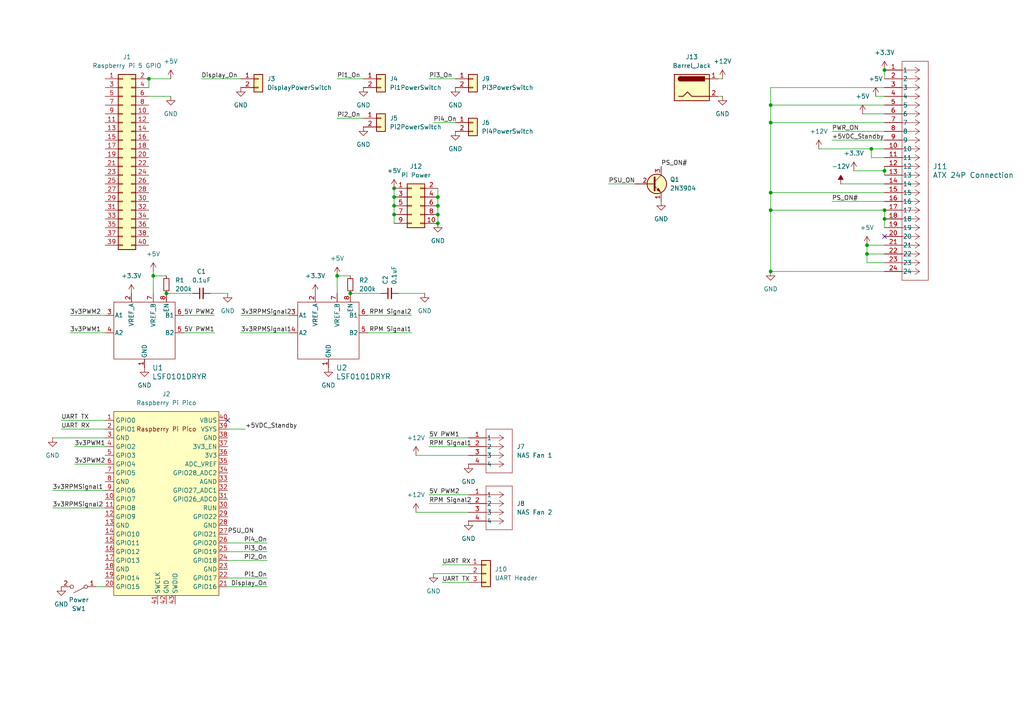
<source format=kicad_sch>
(kicad_sch (version 20231120) (generator "eeschema") (generator_version "8.0")
  (paper "A4")
  (lib_symbols
    (symbol "Connector:Barrel_Jack" (pin_names (offset 1.016))
      (property "Reference" "J" (at 0 5.334 0))
      (property "Value" "Barrel_Jack" (at 0 -5.08 0))
      (symbol "Barrel_Jack_1_1"
        (pin passive line (at 7.62 2.54 180) (length 2.54) (name "~") (number "1"))
        (pin passive line (at 7.62 -2.54 180) (length 2.54) (name "~") (number "2"))
      )
    )
    (symbol "Connector_Generic:Conn_01x02" (pin_names (offset 1.016) hide)
      (property "Reference" "J" (at 0 2.54 0))
      (property "Value" "Conn_01x02" (at 0 -5.08 0))
      (symbol "Conn_01x02_1_1"
        (pin passive line (at -5.08 0 0) (length 3.81) (name "Pin_1") (number "1"))
        (pin passive line (at -5.08 -2.54 0) (length 3.81) (name "Pin_2") (number "2"))
      )
    )
    (symbol "Connector_Generic:Conn_01x03" (pin_names (offset 1.016) hide)
      (property "Reference" "J" (at 0 5.08 0))
      (property "Value" "Conn_01x03" (at 0 -5.08 0))
      (symbol "Conn_01x03_1_1"
        (pin passive line (at -5.08 2.54 0) (length 3.81) (name "Pin_1") (number "1"))
        (pin passive line (at -5.08 0 0) (length 3.81) (name "Pin_2") (number "2"))
        (pin passive line (at -5.08 -2.54 0) (length 3.81) (name "Pin_3") (number "3"))
      )
    )
    (symbol "Connector_Generic:Conn_02x05_Odd_Even" (pin_names (offset 1.016) hide)
      (property "Reference" "J" (at 1.27 7.62 0))
      (property "Value" "Conn_02x05_Odd_Even" (at 1.27 -7.62 0))
      (symbol "Conn_02x05_Odd_Even_1_1"
        (pin passive line (at -5.08 5.08 0) (length 3.81) (name "Pin_1") (number "1"))
        (pin passive line (at 7.62 -5.08 180) (length 3.81) (name "Pin_10") (number "10"))
        (pin passive line (at 7.62 5.08 180) (length 3.81) (name "Pin_2") (number "2"))
        (pin passive line (at -5.08 2.54 0) (length 3.81) (name "Pin_3") (number "3"))
        (pin passive line (at 7.62 2.54 180) (length 3.81) (name "Pin_4") (number "4"))
        (pin passive line (at -5.08 0 0) (length 3.81) (name "Pin_5") (number "5"))
        (pin passive line (at 7.62 0 180) (length 3.81) (name "Pin_6") (number "6"))
        (pin passive line (at -5.08 -2.54 0) (length 3.81) (name "Pin_7") (number "7"))
        (pin passive line (at 7.62 -2.54 180) (length 3.81) (name "Pin_8") (number "8"))
        (pin passive line (at -5.08 -5.08 0) (length 3.81) (name "Pin_9") (number "9"))
      )
    )
    (symbol "Connector_Generic:Conn_02x20_Odd_Even" (pin_names (offset 1.016) hide)
      (property "Reference" "J" (at 1.27 25.4 0))
      (property "Value" "Conn_02x20_Odd_Even" (at 1.27 -27.94 0))
      (symbol "Conn_02x20_Odd_Even_1_1"
        (pin passive line (at -5.08 22.86 0) (length 3.81) (name "Pin_1") (number "1"))
        (pin passive line (at 7.62 12.7 180) (length 3.81) (name "Pin_10") (number "10"))
        (pin passive line (at -5.08 10.16 0) (length 3.81) (name "Pin_11") (number "11"))
        (pin passive line (at 7.62 10.16 180) (length 3.81) (name "Pin_12") (number "12"))
        (pin passive line (at -5.08 7.62 0) (length 3.81) (name "Pin_13") (number "13"))
        (pin passive line (at 7.62 7.62 180) (length 3.81) (name "Pin_14") (number "14"))
        (pin passive line (at -5.08 5.08 0) (length 3.81) (name "Pin_15") (number "15"))
        (pin passive line (at 7.62 5.08 180) (length 3.81) (name "Pin_16") (number "16"))
        (pin passive line (at -5.08 2.54 0) (length 3.81) (name "Pin_17") (number "17"))
        (pin passive line (at 7.62 2.54 180) (length 3.81) (name "Pin_18") (number "18"))
        (pin passive line (at -5.08 0 0) (length 3.81) (name "Pin_19") (number "19"))
        (pin passive line (at 7.62 22.86 180) (length 3.81) (name "Pin_2") (number "2"))
        (pin passive line (at 7.62 0 180) (length 3.81) (name "Pin_20") (number "20"))
        (pin passive line (at -5.08 -2.54 0) (length 3.81) (name "Pin_21") (number "21"))
        (pin passive line (at 7.62 -2.54 180) (length 3.81) (name "Pin_22") (number "22"))
        (pin passive line (at -5.08 -5.08 0) (length 3.81) (name "Pin_23") (number "23"))
        (pin passive line (at 7.62 -5.08 180) (length 3.81) (name "Pin_24") (number "24"))
        (pin passive line (at -5.08 -7.62 0) (length 3.81) (name "Pin_25") (number "25"))
        (pin passive line (at 7.62 -7.62 180) (length 3.81) (name "Pin_26") (number "26"))
        (pin passive line (at -5.08 -10.16 0) (length 3.81) (name "Pin_27") (number "27"))
        (pin passive line (at 7.62 -10.16 180) (length 3.81) (name "Pin_28") (number "28"))
        (pin passive line (at -5.08 -12.7 0) (length 3.81) (name "Pin_29") (number "29"))
        (pin passive line (at -5.08 20.32 0) (length 3.81) (name "Pin_3") (number "3"))
        (pin passive line (at 7.62 -12.7 180) (length 3.81) (name "Pin_30") (number "30"))
        (pin passive line (at -5.08 -15.24 0) (length 3.81) (name "Pin_31") (number "31"))
        (pin passive line (at 7.62 -15.24 180) (length 3.81) (name "Pin_32") (number "32"))
        (pin passive line (at -5.08 -17.78 0) (length 3.81) (name "Pin_33") (number "33"))
        (pin passive line (at 7.62 -17.78 180) (length 3.81) (name "Pin_34") (number "34"))
        (pin passive line (at -5.08 -20.32 0) (length 3.81) (name "Pin_35") (number "35"))
        (pin passive line (at 7.62 -20.32 180) (length 3.81) (name "Pin_36") (number "36"))
        (pin passive line (at -5.08 -22.86 0) (length 3.81) (name "Pin_37") (number "37"))
        (pin passive line (at 7.62 -22.86 180) (length 3.81) (name "Pin_38") (number "38"))
        (pin passive line (at -5.08 -25.4 0) (length 3.81) (name "Pin_39") (number "39"))
        (pin passive line (at 7.62 20.32 180) (length 3.81) (name "Pin_4") (number "4"))
        (pin passive line (at 7.62 -25.4 180) (length 3.81) (name "Pin_40") (number "40"))
        (pin passive line (at -5.08 17.78 0) (length 3.81) (name "Pin_5") (number "5"))
        (pin passive line (at 7.62 17.78 180) (length 3.81) (name "Pin_6") (number "6"))
        (pin passive line (at -5.08 15.24 0) (length 3.81) (name "Pin_7") (number "7"))
        (pin passive line (at 7.62 15.24 180) (length 3.81) (name "Pin_8") (number "8"))
        (pin passive line (at -5.08 12.7 0) (length 3.81) (name "Pin_9") (number "9"))
      )
    )
    (symbol "Device:C_Small" (pin_numbers hide) (pin_names (offset 0.254) hide)
      (property "Reference" "C" (at 0.254 1.778 0))
      (property "Value" "C_Small" (at 0.254 -2.032 0))
      (symbol "C_Small_1_1"
        (pin passive line (at 0 2.54 270) (length 2.032) (name "~") (number "1"))
        (pin passive line (at 0 -2.54 90) (length 2.032) (name "~") (number "2"))
      )
    )
    (symbol "Device:R_Small" (pin_numbers hide) (pin_names (offset 0.254) hide)
      (property "Reference" "R" (at 0.762 0.508 0))
      (property "Value" "R_Small" (at 0.762 -1.016 0))
      (symbol "R_Small_1_1"
        (pin passive line (at 0 2.54 270) (length 0.762) (name "~") (number "1"))
        (pin passive line (at 0 -2.54 90) (length 0.762) (name "~") (number "2"))
      )
    )
    (symbol "Fan Connector:470531000" (pin_names (offset 0.254))
      (property "Reference" "J" (at 8.89 6.35 0))
      (property "Value" "470531000" (at 0 0 0))
      (symbol "470531000_1_1"
        (pin unspecified line (at 0 0 0) (length 5.08) (name "1") (number "1"))
        (pin unspecified line (at 0 -2.54 0) (length 5.08) (name "2") (number "2"))
        (pin unspecified line (at 0 -5.08 0) (length 5.08) (name "3") (number "3"))
        (pin unspecified line (at 0 -7.62 0) (length 5.08) (name "4") (number "4"))
      )
      (symbol "470531000_1_2"
        (pin unspecified line (at 0 0 0) (length 5.08) (name "1") (number "1"))
        (pin unspecified line (at 0 -2.54 0) (length 5.08) (name "2") (number "2"))
        (pin unspecified line (at 0 -5.08 0) (length 5.08) (name "3") (number "3"))
        (pin unspecified line (at 0 -7.62 0) (length 5.08) (name "4") (number "4"))
      )
    )
    (symbol "LSF0102DCUR_1" (pin_names (offset 0.254))
      (property "Reference" "U" (at 0 2.54 0))
      (property "Value" "LSF0102DCUR" (at 0 0 0))
      (symbol "LSF0102DCUR_1_0_1"
        (pin power_in line (at 0 -15.24 90) (length 2.54) (name "GND") (number "1"))
        (pin power_in line (at -3.81 6.35 270) (length 2.54) (name "VREF_A") (number "2"))
        (pin bidirectional line (at -11.43 0 0) (length 2.54) (name "A1") (number "3"))
        (pin bidirectional line (at -11.43 -5.08 0) (length 2.54) (name "A2") (number "4"))
        (pin bidirectional line (at 11.43 -5.08 180) (length 2.54) (name "B2") (number "5"))
        (pin bidirectional line (at 11.43 0 180) (length 2.54) (name "B1") (number "6"))
        (pin power_in line (at 2.54 6.35 270) (length 2.54) (name "VREF_B") (number "7"))
        (pin input line (at 6.35 6.35 270) (length 2.54) (name "EN") (number "8"))
      )
    )
    (symbol "LSF0102DCUR_2" (pin_names (offset 0.254))
      (property "Reference" "U" (at 0 2.54 0))
      (property "Value" "LSF0102DCUR" (at 0 0 0))
      (symbol "LSF0102DCUR_2_0_1"
        (pin power_in line (at 0 -15.24 90) (length 2.54) (name "GND") (number "1"))
        (pin power_in line (at -3.81 6.35 270) (length 2.54) (name "VREF_A") (number "2"))
        (pin bidirectional line (at -11.43 0 0) (length 2.54) (name "A1") (number "3"))
        (pin bidirectional line (at -11.43 -5.08 0) (length 2.54) (name "A2") (number "4"))
        (pin bidirectional line (at 11.43 -5.08 180) (length 2.54) (name "B2") (number "5"))
        (pin bidirectional line (at 11.43 0 180) (length 2.54) (name "B1") (number "6"))
        (pin power_in line (at 2.54 6.35 270) (length 2.54) (name "VREF_B") (number "7"))
        (pin input line (at 6.35 6.35 270) (length 2.54) (name "EN") (number "8"))
      )
    )
    (symbol "MCU_RaspberryPi_and_Boards:Pico"
      (property "Reference" "U" (at -13.97 27.94 0))
      (property "Value" "Pico" (at 0 19.05 0))
      (symbol "Pico_0_0"
        (text "Raspberry Pi Pico" (at 0 21.59 0) (effects (font (size 1.27 1.27))))
      )
      (symbol "Pico_1_1"
        (pin bidirectional line (at -17.78 24.13 0) (length 2.54) (name "GPIO0") (number "1"))
        (pin bidirectional line (at -17.78 1.27 0) (length 2.54) (name "GPIO7") (number "10"))
        (pin bidirectional line (at -17.78 -1.27 0) (length 2.54) (name "GPIO8") (number "11"))
        (pin bidirectional line (at -17.78 -3.81 0) (length 2.54) (name "GPIO9") (number "12"))
        (pin power_in line (at -17.78 -6.35 0) (length 2.54) (name "GND") (number "13"))
        (pin bidirectional line (at -17.78 -8.89 0) (length 2.54) (name "GPIO10") (number "14"))
        (pin bidirectional line (at -17.78 -11.43 0) (length 2.54) (name "GPIO11") (number "15"))
        (pin bidirectional line (at -17.78 -13.97 0) (length 2.54) (name "GPIO12") (number "16"))
        (pin bidirectional line (at -17.78 -16.51 0) (length 2.54) (name "GPIO13") (number "17"))
        (pin power_in line (at -17.78 -19.05 0) (length 2.54) (name "GND") (number "18"))
        (pin bidirectional line (at -17.78 -21.59 0) (length 2.54) (name "GPIO14") (number "19"))
        (pin bidirectional line (at -17.78 21.59 0) (length 2.54) (name "GPIO1") (number "2"))
        (pin bidirectional line (at -17.78 -24.13 0) (length 2.54) (name "GPIO15") (number "20"))
        (pin bidirectional line (at 17.78 -24.13 180) (length 2.54) (name "GPIO16") (number "21"))
        (pin bidirectional line (at 17.78 -21.59 180) (length 2.54) (name "GPIO17") (number "22"))
        (pin power_in line (at 17.78 -19.05 180) (length 2.54) (name "GND") (number "23"))
        (pin bidirectional line (at 17.78 -16.51 180) (length 2.54) (name "GPIO18") (number "24"))
        (pin bidirectional line (at 17.78 -13.97 180) (length 2.54) (name "GPIO19") (number "25"))
        (pin bidirectional line (at 17.78 -11.43 180) (length 2.54) (name "GPIO20") (number "26"))
        (pin bidirectional line (at 17.78 -8.89 180) (length 2.54) (name "GPIO21") (number "27"))
        (pin power_in line (at 17.78 -6.35 180) (length 2.54) (name "GND") (number "28"))
        (pin bidirectional line (at 17.78 -3.81 180) (length 2.54) (name "GPIO22") (number "29"))
        (pin power_in line (at -17.78 19.05 0) (length 2.54) (name "GND") (number "3"))
        (pin input line (at 17.78 -1.27 180) (length 2.54) (name "RUN") (number "30"))
        (pin bidirectional line (at 17.78 1.27 180) (length 2.54) (name "GPIO26_ADC0") (number "31"))
        (pin bidirectional line (at 17.78 3.81 180) (length 2.54) (name "GPIO27_ADC1") (number "32"))
        (pin power_in line (at 17.78 6.35 180) (length 2.54) (name "AGND") (number "33"))
        (pin bidirectional line (at 17.78 8.89 180) (length 2.54) (name "GPIO28_ADC2") (number "34"))
        (pin power_in line (at 17.78 11.43 180) (length 2.54) (name "ADC_VREF") (number "35"))
        (pin power_in line (at 17.78 13.97 180) (length 2.54) (name "3V3") (number "36"))
        (pin input line (at 17.78 16.51 180) (length 2.54) (name "3V3_EN") (number "37"))
        (pin bidirectional line (at 17.78 19.05 180) (length 2.54) (name "GND") (number "38"))
        (pin power_in line (at 17.78 21.59 180) (length 2.54) (name "VSYS") (number "39"))
        (pin bidirectional line (at -17.78 16.51 0) (length 2.54) (name "GPIO2") (number "4"))
        (pin power_in line (at 17.78 24.13 180) (length 2.54) (name "VBUS") (number "40"))
        (pin input line (at -2.54 -29.21 90) (length 2.54) (name "SWCLK") (number "41"))
        (pin power_in line (at 0 -29.21 90) (length 2.54) (name "GND") (number "42"))
        (pin bidirectional line (at 2.54 -29.21 90) (length 2.54) (name "SWDIO") (number "43"))
        (pin bidirectional line (at -17.78 13.97 0) (length 2.54) (name "GPIO3") (number "5"))
        (pin bidirectional line (at -17.78 11.43 0) (length 2.54) (name "GPIO4") (number "6"))
        (pin bidirectional line (at -17.78 8.89 0) (length 2.54) (name "GPIO5") (number "7"))
        (pin power_in line (at -17.78 6.35 0) (length 2.54) (name "GND") (number "8"))
        (pin bidirectional line (at -17.78 3.81 0) (length 2.54) (name "GPIO6") (number "9"))
      )
    )
    (symbol "Mini-Fit Jr.:39281243" (pin_names (offset 0.254))
      (property "Reference" "J" (at 8.89 6.35 0))
      (property "Value" "39281243" (at 0 0 0))
      (symbol "39281243_1_1"
        (pin unspecified line (at 0 0 0) (length 5.08) (name "1") (number "1"))
        (pin unspecified line (at 0 -22.86 0) (length 5.08) (name "10") (number "10"))
        (pin unspecified line (at 0 -25.4 0) (length 5.08) (name "11") (number "11"))
        (pin unspecified line (at 0 -27.94 0) (length 5.08) (name "12") (number "12"))
        (pin unspecified line (at 0 -30.48 0) (length 5.08) (name "13") (number "13"))
        (pin unspecified line (at 0 -33.02 0) (length 5.08) (name "14") (number "14"))
        (pin unspecified line (at 0 -35.56 0) (length 5.08) (name "15") (number "15"))
        (pin unspecified line (at 0 -38.1 0) (length 5.08) (name "16") (number "16"))
        (pin unspecified line (at 0 -40.64 0) (length 5.08) (name "17") (number "17"))
        (pin unspecified line (at 0 -43.18 0) (length 5.08) (name "18") (number "18"))
        (pin unspecified line (at 0 -45.72 0) (length 5.08) (name "19") (number "19"))
        (pin unspecified line (at 0 -2.54 0) (length 5.08) (name "2") (number "2"))
        (pin unspecified line (at 0 -48.26 0) (length 5.08) (name "20") (number "20"))
        (pin unspecified line (at 0 -50.8 0) (length 5.08) (name "21") (number "21"))
        (pin unspecified line (at 0 -53.34 0) (length 5.08) (name "22") (number "22"))
        (pin unspecified line (at 0 -55.88 0) (length 5.08) (name "23") (number "23"))
        (pin unspecified line (at 0 -58.42 0) (length 5.08) (name "24") (number "24"))
        (pin unspecified line (at 0 -5.08 0) (length 5.08) (name "3") (number "3"))
        (pin unspecified line (at 0 -7.62 0) (length 5.08) (name "4") (number "4"))
        (pin unspecified line (at 0 -10.16 0) (length 5.08) (name "5") (number "5"))
        (pin unspecified line (at 0 -12.7 0) (length 5.08) (name "6") (number "6"))
        (pin unspecified line (at 0 -15.24 0) (length 5.08) (name "7") (number "7"))
        (pin unspecified line (at 0 -17.78 0) (length 5.08) (name "8") (number "8"))
        (pin unspecified line (at 0 -20.32 0) (length 5.08) (name "9") (number "9"))
      )
      (symbol "39281243_1_2"
        (pin unspecified line (at 0 0 0) (length 5.08) (name "1") (number "1"))
        (pin unspecified line (at 0 -22.86 0) (length 5.08) (name "10") (number "10"))
        (pin unspecified line (at 0 -25.4 0) (length 5.08) (name "11") (number "11"))
        (pin unspecified line (at 0 -27.94 0) (length 5.08) (name "12") (number "12"))
        (pin unspecified line (at 0 -30.48 0) (length 5.08) (name "13") (number "13"))
        (pin unspecified line (at 0 -33.02 0) (length 5.08) (name "14") (number "14"))
        (pin unspecified line (at 0 -35.56 0) (length 5.08) (name "15") (number "15"))
        (pin unspecified line (at 0 -38.1 0) (length 5.08) (name "16") (number "16"))
        (pin unspecified line (at 0 -40.64 0) (length 5.08) (name "17") (number "17"))
        (pin unspecified line (at 0 -43.18 0) (length 5.08) (name "18") (number "18"))
        (pin unspecified line (at 0 -45.72 0) (length 5.08) (name "19") (number "19"))
        (pin unspecified line (at 0 -2.54 0) (length 5.08) (name "2") (number "2"))
        (pin unspecified line (at 0 -48.26 0) (length 5.08) (name "20") (number "20"))
        (pin unspecified line (at 0 -50.8 0) (length 5.08) (name "21") (number "21"))
        (pin unspecified line (at 0 -53.34 0) (length 5.08) (name "22") (number "22"))
        (pin unspecified line (at 0 -55.88 0) (length 5.08) (name "23") (number "23"))
        (pin unspecified line (at 0 -58.42 0) (length 5.08) (name "24") (number "24"))
        (pin unspecified line (at 0 -5.08 0) (length 5.08) (name "3") (number "3"))
        (pin unspecified line (at 0 -7.62 0) (length 5.08) (name "4") (number "4"))
        (pin unspecified line (at 0 -10.16 0) (length 5.08) (name "5") (number "5"))
        (pin unspecified line (at 0 -12.7 0) (length 5.08) (name "6") (number "6"))
        (pin unspecified line (at 0 -15.24 0) (length 5.08) (name "7") (number "7"))
        (pin unspecified line (at 0 -17.78 0) (length 5.08) (name "8") (number "8"))
        (pin unspecified line (at 0 -20.32 0) (length 5.08) (name "9") (number "9"))
      )
    )
    (symbol "PCM_Transistor_BJT_AKL:2N3904" (pin_names hide)
      (property "Reference" "Q" (at 5.08 1.27 0))
      (property "Value" "2N3904" (at 5.08 -1.27 0))
      (symbol "2N3904_1_1"
        (pin passive line (at 2.54 -5.08 90) (length 2.54) (name "E") (number "1"))
        (pin passive line (at -5.08 0 0) (length 5.715) (name "B") (number "2"))
        (pin passive line (at 2.54 5.08 270) (length 2.54) (name "C") (number "3"))
      )
    )
    (symbol "Switch:SW_SPST" (pin_names (offset 0) hide)
      (property "Reference" "SW" (at 0 3.175 0))
      (property "Value" "SW_SPST" (at 0 -2.54 0))
      (symbol "SW_SPST_1_1"
        (pin passive line (at -5.08 0 0) (length 2.54) (name "A") (number "1"))
        (pin passive line (at 5.08 0 180) (length 2.54) (name "B") (number "2"))
      )
    )
    (symbol "power:+12V" (power) (pin_numbers hide) (pin_names (offset 0) hide)
      (property "Value" "+12V" (at 0 3.556 0))
      (symbol "+12V_1_1"
        (pin power_in line (at 0 0 90) (length 0) (name "~") (number "1"))
      )
    )
    (symbol "power:+3.3V" (power) (pin_numbers hide) (pin_names (offset 0) hide)
      (property "Value" "+3.3V" (at 0 3.556 0))
      (symbol "+3.3V_1_1"
        (pin power_in line (at 0 0 90) (length 0) (name "~") (number "1"))
      )
    )
    (symbol "power:+5V" (power) (pin_numbers hide) (pin_names (offset 0) hide)
      (property "Value" "+5V" (at 0 3.556 0))
      (symbol "+5V_1_1"
        (pin power_in line (at 0 0 90) (length 0) (name "~") (number "1"))
      )
    )
    (symbol "power:-12V" (power) (pin_numbers hide) (pin_names (offset 0) hide)
      (property "Value" "-12V" (at 0 3.556 0))
      (symbol "-12V_0_0"
        (pin power_in line (at 0 0 90) (length 0) (name "~") (number "1"))
      )
    )
    (symbol "power:GND" (power) (pin_numbers hide) (pin_names (offset 0) hide)
      (property "Value" "GND" (at 0 -3.81 0))
      (symbol "GND_1_1"
        (pin power_in line (at 0 0 270) (length 0) (name "~") (number "1"))
      )
    )
  )
  (junction (at 127 64.77))
  (junction (at 48.26 85.09))
  (junction (at 251.46 71.12))
  (junction (at 223.52 30.48))
  (junction (at 223.52 35.56))
  (junction (at 256.54 63.5))
  (junction (at 114.3 62.23))
  (junction (at 101.6 85.09))
  (junction (at 43.18 22.86))
  (junction (at 251.46 73.66))
  (junction (at 127 57.15))
  (junction (at 114.3 57.15))
  (junction (at 114.3 59.69))
  (junction (at 252.73 43.18))
  (junction (at 223.52 78.74))
  (junction (at 223.52 55.88))
  (junction (at 44.45 80.01))
  (junction (at 114.3 54.61))
  (junction (at 97.79 80.01))
  (junction (at 256.54 20.32))
  (junction (at 127 62.23))
  (junction (at 223.52 60.96))
  (junction (at 256.54 49.53))
  (junction (at 127 59.69))
  (junction (at 256.54 60.96))
  (no_connect (at 66.04 121.92))
  (no_connect (at 256.54 68.58))
  (wire (pts (xy 48.26 85.09) (xy 55.88 85.09)))
  (wire (pts (xy 101.6 85.09) (xy 110.49 85.09)))
  (wire (pts (xy 77.47 162.56) (xy 66.04 162.56)))
  (wire (pts (xy 241.3 40.64) (xy 256.54 40.64)))
  (wire (pts (xy 127 57.15) (xy 127 59.69)))
  (wire (pts (xy 256.54 73.66) (xy 251.46 73.66)))
  (wire (pts (xy 114.3 54.61) (xy 114.3 57.15)))
  (wire (pts (xy 27.94 170.18) (xy 30.48 170.18)))
  (wire (pts (xy 241.3 38.1) (xy 256.54 38.1)))
  (wire (pts (xy 223.52 60.96) (xy 223.52 55.88)))
  (wire (pts (xy 53.34 96.52) (xy 62.23 96.52)))
  (wire (pts (xy 251.46 71.12) (xy 251.46 73.66)))
  (wire (pts (xy 69.85 91.44) (xy 83.82 91.44)))
  (wire (pts (xy 114.3 59.69) (xy 114.3 62.23)))
  (wire (pts (xy 125.73 35.56) (xy 132.08 35.56)))
  (wire (pts (xy 243.84 53.34) (xy 256.54 53.34)))
  (wire (pts (xy 44.45 80.01) (xy 48.26 80.01)))
  (wire (pts (xy 97.79 22.86) (xy 105.41 22.86)))
  (wire (pts (xy 256.54 49.53) (xy 256.54 48.26)))
  (wire (pts (xy 209.55 27.94) (xy 208.28 27.94)))
  (wire (pts (xy 250.19 33.02) (xy 256.54 33.02)))
  (wire (pts (xy 97.79 34.29) (xy 105.41 34.29)))
  (wire (pts (xy 21.59 129.54) (xy 30.48 129.54)))
  (wire (pts (xy 101.6 80.01) (xy 97.79 80.01)))
  (wire (pts (xy 62.23 91.44) (xy 53.34 91.44)))
  (wire (pts (xy 58.42 22.86) (xy 69.85 22.86)))
  (wire (pts (xy 44.45 78.74) (xy 44.45 80.01)))
  (wire (pts (xy 251.46 73.66) (xy 251.46 76.2)))
  (wire (pts (xy 69.85 96.52) (xy 83.82 96.52)))
  (wire (pts (xy 223.52 35.56) (xy 223.52 55.88)))
  (wire (pts (xy 120.65 132.08) (xy 135.89 132.08)))
  (wire (pts (xy 256.54 55.88) (xy 223.52 55.88)))
  (wire (pts (xy 124.46 129.54) (xy 135.89 129.54)))
  (wire (pts (xy 77.47 167.64) (xy 66.04 167.64)))
  (wire (pts (xy 256.54 20.32) (xy 256.54 22.86)))
  (wire (pts (xy 209.55 22.86) (xy 208.28 22.86)))
  (wire (pts (xy 15.24 127) (xy 30.48 127)))
  (wire (pts (xy 254 27.94) (xy 256.54 27.94)))
  (wire (pts (xy 20.32 91.44) (xy 30.48 91.44)))
  (wire (pts (xy 77.47 157.48) (xy 66.04 157.48)))
  (wire (pts (xy 237.49 43.18) (xy 252.73 43.18)))
  (wire (pts (xy 223.52 25.4) (xy 223.52 30.48)))
  (wire (pts (xy 77.47 170.18) (xy 66.04 170.18)))
  (wire (pts (xy 256.54 60.96) (xy 256.54 63.5)))
  (wire (pts (xy 15.24 147.32) (xy 30.48 147.32)))
  (wire (pts (xy 20.32 96.52) (xy 30.48 96.52)))
  (wire (pts (xy 77.47 160.02) (xy 66.04 160.02)))
  (wire (pts (xy 127 59.69) (xy 127 62.23)))
  (wire (pts (xy 252.73 43.18) (xy 252.73 45.72)))
  (wire (pts (xy 114.3 62.23) (xy 114.3 64.77)))
  (wire (pts (xy 223.52 25.4) (xy 256.54 25.4)))
  (wire (pts (xy 66.04 85.09) (xy 60.96 85.09)))
  (wire (pts (xy 223.52 78.74) (xy 223.52 60.96)))
  (wire (pts (xy 114.3 57.15) (xy 114.3 59.69)))
  (wire (pts (xy 125.73 166.37) (xy 135.89 166.37)))
  (wire (pts (xy 256.54 35.56) (xy 223.52 35.56)))
  (wire (pts (xy 49.53 22.86) (xy 43.18 22.86)))
  (wire (pts (xy 119.38 96.52) (xy 106.68 96.52)))
  (wire (pts (xy 256.54 63.5) (xy 256.54 66.04)))
  (wire (pts (xy 124.46 22.86) (xy 132.08 22.86)))
  (wire (pts (xy 256.54 45.72) (xy 252.73 45.72)))
  (wire (pts (xy 223.52 30.48) (xy 223.52 35.56)))
  (wire (pts (xy 17.78 124.46) (xy 30.48 124.46)))
  (wire (pts (xy 124.46 127) (xy 135.89 127)))
  (wire (pts (xy 17.78 121.92) (xy 30.48 121.92)))
  (wire (pts (xy 241.3 58.42) (xy 256.54 58.42)))
  (wire (pts (xy 256.54 78.74) (xy 223.52 78.74)))
  (wire (pts (xy 176.53 53.34) (xy 184.15 53.34)))
  (wire (pts (xy 21.59 134.62) (xy 30.48 134.62)))
  (wire (pts (xy 49.53 27.94) (xy 43.18 27.94)))
  (wire (pts (xy 44.45 80.01) (xy 44.45 85.09)))
  (wire (pts (xy 123.19 85.09) (xy 115.57 85.09)))
  (wire (pts (xy 127 62.23) (xy 127 64.77)))
  (wire (pts (xy 15.24 142.24) (xy 30.48 142.24)))
  (wire (pts (xy 256.54 49.53) (xy 256.54 50.8)))
  (wire (pts (xy 124.46 146.05) (xy 135.89 146.05)))
  (wire (pts (xy 71.12 124.46) (xy 66.04 124.46)))
  (wire (pts (xy 252.73 43.18) (xy 256.54 43.18)))
  (wire (pts (xy 256.54 76.2) (xy 251.46 76.2)))
  (wire (pts (xy 127 54.61) (xy 127 57.15)))
  (wire (pts (xy 128.27 163.83) (xy 135.89 163.83)))
  (wire (pts (xy 124.46 143.51) (xy 135.89 143.51)))
  (wire (pts (xy 256.54 60.96) (xy 223.52 60.96)))
  (wire (pts (xy 120.65 148.59) (xy 135.89 148.59)))
  (wire (pts (xy 251.46 71.12) (xy 256.54 71.12)))
  (wire (pts (xy 247.65 49.53) (xy 256.54 49.53)))
  (wire (pts (xy 43.18 22.86) (xy 43.18 25.4)))
  (wire (pts (xy 97.79 80.01) (xy 97.79 85.09)))
  (wire (pts (xy 256.54 30.48) (xy 223.52 30.48)))
  (wire (pts (xy 128.27 168.91) (xy 135.89 168.91)))
  (wire (pts (xy 119.38 91.44) (xy 106.68 91.44)))
  (label "3v3RPMSignal2" (at 15.24 147.32 0))
  (label "Pi1_On" (at 97.79 22.86 0))
  (label "Pi4_On" (at 125.73 35.56 0))
  (label "3v3RPMSignal1" (at 69.85 96.52 0))
  (label "PS_ON#" (at 191.77 48.26 0))
  (label "5V PWM2" (at 62.23 91.44 180))
  (label "UART RX" (at 128.27 163.83 0))
  (label "5V PWM2" (at 124.46 143.51 0))
  (label "Pi1_On" (at 77.47 167.64 180))
  (label "+5VDC_Standby" (at 241.3 40.64 0))
  (label "PS_ON#" (at 241.3 58.42 0))
  (label "3v3PWM2" (at 21.59 134.62 0))
  (label "3v3PWM1" (at 20.32 96.52 0))
  (label "RPM Signal1" (at 124.46 129.54 0))
  (label "UART TX" (at 128.27 168.91 0))
  (label "Pi3_On" (at 124.46 22.86 0))
  (label "5V PWM1" (at 124.46 127 0))
  (label "PWR_ON" (at 241.3 38.1 0))
  (label "Display_On" (at 77.47 170.18 180))
  (label "3v3RPMSignal2" (at 69.85 91.44 0))
  (label "PSU_ON" (at 176.53 53.34 0))
  (label "PSU_ON" (at 66.04 154.94 0))
  (label "Pi2_On" (at 77.47 162.56 180))
  (label "5V PWM1" (at 62.23 96.52 180))
  (label "UART TX" (at 17.78 121.92 0))
  (label "3v3RPMSignal1" (at 15.24 142.24 0))
  (label "Pi4_On" (at 77.47 157.48 180))
  (label "Pi2_On" (at 97.79 34.29 0))
  (label "RPM Signal1" (at 119.38 96.52 180))
  (label "Pi3_On" (at 77.47 160.02 180))
  (label "3v3PWM1" (at 21.59 129.54 0))
  (label "RPM Signal2" (at 119.38 91.44 180))
  (label "+5VDC_Standby" (at 71.12 124.46 0))
  (label "Display_On" (at 58.42 22.86 0))
  (label "UART RX" (at 17.78 124.46 0))
  (label "RPM Signal2" (at 124.46 146.05 0))
  (label "3v3PWM2" (at 20.32 91.44 0))
  (symbol (lib_id "Fan Connector:470531000") (at 135.89 143.51 0) (unit 1)
    (property "Reference" "J8" (at 149.86 146.0499 0) (effects (justify left)))
    (property "Value" "NAS Fan 2" (at 149.86 148.5899 0) (effects (justify left)))
    (property "Footprint" "Fan Connector:CONN_SD-47053-001_H10p00_MOL" (effects (hide yes)))
    (property "Datasheet" "470531000" (effects (hide yes)))
    (property "Description" "Generic connector, single row, 01x04, script generated (kicad-library-utils/schlib/autogen/connector/)" (effects (hide yes)))
  )
  (symbol (lib_id "power:GND") (at 209.55 27.94 0) (unit 1)
    (property "Reference" "#PWR044" (effects (hide yes)))
    (property "Value" "GND" (at 209.55 33.02 0))
    (property "Description" "Power symbol creates a global label with name \"GND\" , ground" (effects (hide yes)))
  )
  (symbol (lib_id "power:+12V") (at 237.49 43.18 0) (unit 1)
    (property "Reference" "#PWR034" (effects (hide yes)))
    (property "Value" "+12V" (at 237.49 38.1 0))
    (property "Description" "Power symbol creates a global label with name \"+12V\"" (effects (hide yes)))
  )
  (symbol (lib_id "power:GND") (at 105.41 25.4 0) (unit 1)
    (property "Reference" "#PWR012" (effects (hide yes)))
    (property "Value" "GND" (at 105.41 30.48 0))
    (property "Description" "Power symbol creates a global label with name \"GND\" , ground" (effects (hide yes)))
  )
  (symbol (lib_id "power:+3.3V") (at 247.65 49.53 0) (unit 1)
    (property "Reference" "#PWR036" (effects (hide yes)))
    (property "Value" "+3.3V" (at 247.65 44.45 0))
    (property "Description" "Power symbol creates a global label with name \"+3.3V\"" (effects (hide yes)))
  )
  (symbol (lib_id "power:GND") (at 191.77 58.42 0) (unit 1)
    (property "Reference" "#PWR026" (effects (hide yes)))
    (property "Value" "GND" (at 191.77 63.5 0))
    (property "Description" "Power symbol creates a global label with name \"GND\" , ground" (effects (hide yes)))
  )
  (symbol (lib_id "power:GND") (at 223.52 78.74 0) (unit 1)
    (property "Reference" "#PWR031" (effects (hide yes)))
    (property "Value" "GND" (at 223.52 83.82 0))
    (property "Description" "Power symbol creates a global label with name \"GND\" , ground" (effects (hide yes)))
  )
  (symbol (lib_id "Connector_Generic:Conn_01x03") (at 140.97 166.37 0) (unit 1)
    (property "Reference" "J10" (at 143.51 165.0999 0) (effects (justify left)))
    (property "Value" "UART Header" (at 143.51 167.6399 0) (effects (justify left)))
    (property "Footprint" "Connector_PinHeader_2.54mm:PinHeader_1x03_P2.54mm_Vertical" (effects (hide yes)))
    (property "Description" "Generic connector, single row, 01x03, script generated (kicad-library-utils/schlib/autogen/connector/)" (effects (hide yes)))
  )
  (symbol (lib_id "Device:C_Small") (at 113.03 85.09 90) (unit 1)
    (property "Reference" "C2" (at 111.7662 82.55 0) (effects (justify left)))
    (property "Value" "0.1uF" (at 114.3062 82.55 0) (effects (justify left)))
    (property "Footprint" "Capacitor_SMD:C_0603_1608Metric_Pad1.08x0.95mm_HandSolder" (effects (hide yes)))
    (property "Description" "Unpolarized capacitor, small symbol" (effects (hide yes)))
  )
  (symbol (lib_id "power:+3.3V") (at 91.44 85.09 0) (unit 1)
    (property "Reference" "#PWR011" (effects (hide yes)))
    (property "Value" "+3.3V" (at 91.44 80.01 0))
    (property "Description" "Power symbol creates a global label with name \"+3.3V\"" (effects (hide yes)))
  )
  (symbol (lib_id "Connector_Generic:Conn_01x02") (at 110.49 34.29 0) (unit 1)
    (property "Reference" "J5" (at 113.03 34.2899 0) (effects (justify left)))
    (property "Value" "Pi2PowerSwitch" (at 113.03 36.8299 0) (effects (justify left)))
    (property "Footprint" "Connector_PinHeader_2.54mm:PinHeader_1x02_P2.54mm_Vertical" (effects (hide yes)))
    (property "Description" "Generic connector, single row, 01x02, script generated (kicad-library-utils/schlib/autogen/connector/)" (effects (hide yes)))
  )
  (symbol (lib_id "power:GND") (at 66.04 85.09 0) (unit 1)
    (property "Reference" "#PWR010" (effects (hide yes)))
    (property "Value" "GND" (at 66.04 90.17 0))
    (property "Description" "Power symbol creates a global label with name \"GND\" , ground" (effects (hide yes)))
  )
  (symbol (lib_id "power:+5V") (at 97.79 80.01 0) (unit 1)
    (property "Reference" "#PWR021" (effects (hide yes)))
    (property "Value" "+5V" (at 97.79 74.93 0))
    (property "Description" "Power symbol creates a global label with name \"+5V\"" (effects (hide yes)))
  )
  (symbol (lib_id "power:GND") (at 69.85 25.4 0) (unit 1)
    (property "Reference" "#PWR08" (effects (hide yes)))
    (property "Value" "GND" (at 69.85 30.48 0))
    (property "Description" "Power symbol creates a global label with name \"GND\" , ground" (effects (hide yes)))
  )
  (symbol (lib_id "Connector_Generic:Conn_02x05_Odd_Even") (at 119.38 59.69 0) (unit 1)
    (property "Reference" "J12" (at 120.65 48.26 0))
    (property "Value" "Pi Power" (at 120.65 50.8 0))
    (property "Footprint" "Connector_PinHeader_2.54mm:PinHeader_2x05_P2.54mm_Vertical" (effects (hide yes)))
    (property "Description" "Generic connector, double row, 02x05, odd/even pin numbering scheme (row 1 odd numbers, row 2 even numbers), script generated (kicad-library-utils/schlib/autogen/connector/)" (effects (hide yes)))
  )
  (symbol (lib_id "Mini-Fit Jr.:39281243") (at 256.54 20.32 0) (unit 1)
    (property "Reference" "J11" (at 270.51 48.2599 0) (effects (font (size 1.524 1.524)) (justify left)))
    (property "Value" "ATX 24P Connection" (at 270.51 50.7999 0) (effects (font (size 1.524 1.524)) (justify left)))
    (property "Footprint" "Mini-fit Jr:CONN_5566-24_MOL" (effects (hide yes)))
    (property "Datasheet" "39281243" (effects (hide yes)))
  )
  (symbol (lib_id "power:GND") (at 105.41 36.83 0) (unit 1)
    (property "Reference" "#PWR013" (effects (hide yes)))
    (property "Value" "GND" (at 105.41 41.91 0))
    (property "Description" "Power symbol creates a global label with name \"GND\" , ground" (effects (hide yes)))
  )
  (symbol (lib_id "power:+5V") (at 251.46 71.12 0) (unit 1)
    (property "Reference" "#PWR038" (effects (hide yes)))
    (property "Value" "+5V" (at 251.46 66.04 0))
    (property "Description" "Power symbol creates a global label with name \"+5V\"" (effects (hide yes)))
  )
  (symbol (lib_id "Connector_Generic:Conn_01x02") (at 137.16 22.86 0) (unit 1)
    (property "Reference" "J9" (at 139.7 22.8599 0) (effects (justify left)))
    (property "Value" "Pi3PowerSwitch" (at 139.7 25.3999 0) (effects (justify left)))
    (property "Footprint" "Connector_PinHeader_2.54mm:PinHeader_1x02_P2.54mm_Vertical" (effects (hide yes)))
    (property "Description" "Generic connector, single row, 01x02, script generated (kicad-library-utils/schlib/autogen/connector/)" (effects (hide yes)))
  )
  (symbol (lib_id "power:GND") (at 41.91 106.68 0) (unit 1)
    (property "Reference" "#PWR07" (effects (hide yes)))
    (property "Value" "GND" (at 41.91 111.76 0))
    (property "Description" "Power symbol creates a global label with name \"GND\" , ground" (effects (hide yes)))
  )
  (symbol (lib_id "power:+12V") (at 209.55 22.86 0) (unit 1)
    (property "Reference" "#PWR043" (effects (hide yes)))
    (property "Value" "+12V" (at 209.55 17.78 0))
    (property "Description" "Power symbol creates a global label with name \"+12V\"" (effects (hide yes)))
  )
  (symbol (lib_id "Connector_Generic:Conn_01x02") (at 110.49 22.86 0) (unit 1)
    (property "Reference" "J4" (at 113.03 22.8599 0) (effects (justify left)))
    (property "Value" "Pi1PowerSwitch" (at 113.03 25.3999 0) (effects (justify left)))
    (property "Footprint" "Connector_PinHeader_2.54mm:PinHeader_1x02_P2.54mm_Vertical" (effects (hide yes)))
    (property "Description" "Generic connector, single row, 01x02, script generated (kicad-library-utils/schlib/autogen/connector/)" (effects (hide yes)))
  )
  (symbol (lib_id "power:+12V") (at 120.65 132.08 0) (unit 1)
    (property "Reference" "#PWR014" (effects (hide yes)))
    (property "Value" "+12V" (at 120.65 127 0))
    (property "Description" "Power symbol creates a global label with name \"+12V\"" (effects (hide yes)))
  )
  (symbol (lib_id "Device:R_Small") (at 101.6 82.55 0) (unit 1)
    (property "Reference" "R2" (at 104.14 81.2799 0) (effects (justify left)))
    (property "Value" "200k" (at 104.14 83.8199 0) (effects (justify left)))
    (property "Footprint" "Resistor_SMD:R_0603_1608Metric_Pad0.98x0.95mm_HandSolder" (effects (hide yes)))
    (property "Description" "Resistor, small symbol" (effects (hide yes)))
  )
  (symbol (lib_id "Fan Connector:470531000") (at 135.89 127 0) (unit 1)
    (property "Reference" "J7" (at 149.86 129.5399 0) (effects (justify left)))
    (property "Value" "NAS Fan 1" (at 149.86 132.0799 0) (effects (justify left)))
    (property "Footprint" "Fan Connector:CONN_SD-47053-001_H10p00_MOL" (effects (hide yes)))
    (property "Datasheet" "470531000" (effects (hide yes)))
    (property "Description" "Generic connector, single row, 01x04, script generated (kicad-library-utils/schlib/autogen/connector/)" (effects (hide yes)))
  )
  (symbol (lib_id "power:+3.3V") (at 38.1 85.09 0) (unit 1)
    (property "Reference" "#PWR03" (effects (hide yes)))
    (property "Value" "+3.3V" (at 38.1 80.01 0))
    (property "Description" "Power symbol creates a global label with name \"+3.3V\"" (effects (hide yes)))
  )
  (symbol (lib_id "power:GND") (at 15.24 127 0) (unit 1)
    (property "Reference" "#PWR01" (effects (hide yes)))
    (property "Value" "GND" (at 15.24 132.08 0))
    (property "Description" "Power symbol creates a global label with name \"GND\" , ground" (effects (hide yes)))
  )
  (symbol (lib_id "Connector_Generic:Conn_01x02") (at 137.16 35.56 0) (unit 1)
    (property "Reference" "J6" (at 139.7 35.5599 0) (effects (justify left)))
    (property "Value" "Pi4PowerSwitch" (at 139.7 38.0999 0) (effects (justify left)))
    (property "Footprint" "Connector_PinHeader_2.54mm:PinHeader_1x02_P2.54mm_Vertical" (effects (hide yes)))
    (property "Description" "Generic connector, single row, 01x02, script generated (kicad-library-utils/schlib/autogen/connector/)" (effects (hide yes)))
  )
  (symbol (lib_id "power:GND") (at 95.25 106.68 0) (unit 1)
    (property "Reference" "#PWR022" (effects (hide yes)))
    (property "Value" "GND" (at 95.25 111.76 0))
    (property "Description" "Power symbol creates a global label with name \"GND\" , ground" (effects (hide yes)))
  )
  (symbol (lib_id "power:GND") (at 49.53 27.94 0) (unit 1)
    (property "Reference" "#PWR05" (effects (hide yes)))
    (property "Value" "GND" (at 49.53 33.02 0))
    (property "Description" "Power symbol creates a global label with name \"GND\" , ground" (effects (hide yes)))
  )
  (symbol (lib_id "Connector:Barrel_Jack") (at 200.66 25.4 0) (unit 1)
    (property "Reference" "J13" (at 200.66 16.51 0))
    (property "Value" "Barrel_Jack" (at 200.66 19.05 0))
    (property "Footprint" "Connector_BarrelJack:BarrelJack_Wuerth_694108106102_2.5x5.5mm" (effects (hide yes)))
    (property "Description" "DC Barrel Jack" (effects (hide yes)))
  )
  (symbol (lib_id "power:GND") (at 132.08 38.1 0) (unit 1)
    (property "Reference" "#PWR017" (effects (hide yes)))
    (property "Value" "GND" (at 132.08 43.18 0))
    (property "Description" "Power symbol creates a global label with name \"GND\" , ground" (effects (hide yes)))
  )
  (symbol (lib_id "power:GND") (at 17.78 170.18 0) (unit 1)
    (property "Reference" "#PWR02" (effects (hide yes)))
    (property "Value" "GND" (at 17.78 175.26 0))
    (property "Description" "Power symbol creates a global label with name \"GND\" , ground" (effects (hide yes)))
  )
  (symbol (lib_id "Switch:SW_SPST") (at 22.86 170.18 180) (unit 1)
    (property "Reference" "SW1" (at 22.86 176.53 0))
    (property "Value" "Power" (at 22.86 173.99 0))
    (property "Footprint" "Connector_PinHeader_2.54mm:PinHeader_1x02_P2.54mm_Vertical" (effects (hide yes)))
    (property "Description" "Single Pole Single Throw (SPST) switch" (effects (hide yes)))
  )
  (symbol (lib_id "Device:R_Small") (at 48.26 82.55 0) (unit 1)
    (property "Reference" "R1" (at 50.8 81.2799 0) (effects (justify left)))
    (property "Value" "200k" (at 50.8 83.8199 0) (effects (justify left)))
    (property "Footprint" "Resistor_SMD:R_0603_1608Metric_Pad0.98x0.95mm_HandSolder" (effects (hide yes)))
    (property "Description" "Resistor, small symbol" (effects (hide yes)))
  )
  (symbol (lib_id "power:GND") (at 135.89 151.13 0) (unit 1)
    (property "Reference" "#PWR020" (effects (hide yes)))
    (property "Value" "GND" (at 135.89 156.21 0))
    (property "Description" "Power symbol creates a global label with name \"GND\" , ground" (effects (hide yes)))
  )
  (symbol (lib_id "power:GND") (at 132.08 25.4 0) (unit 1)
    (property "Reference" "#PWR018" (effects (hide yes)))
    (property "Value" "GND" (at 132.08 30.48 0))
    (property "Description" "Power symbol creates a global label with name \"GND\" , ground" (effects (hide yes)))
  )
  (symbol (lib_id "Device:C_Small") (at 58.42 85.09 90) (unit 1)
    (property "Reference" "C1" (at 58.4263 78.74 90))
    (property "Value" "0.1uF" (at 58.4263 81.28 90))
    (property "Footprint" "Capacitor_SMD:C_0603_1608Metric_Pad1.08x0.95mm_HandSolder" (effects (hide yes)))
    (property "Description" "Unpolarized capacitor, small symbol" (effects (hide yes)))
  )
  (symbol (lib_id "power:+5V") (at 114.3 54.61 0) (unit 1)
    (property "Reference" "#PWR042" (effects (hide yes)))
    (property "Value" "+5V" (at 114.3 49.53 0))
    (property "Description" "Power symbol creates a global label with name \"+5V\"" (effects (hide yes)))
  )
  (symbol (lib_id "PCM_Transistor_BJT_AKL:2N3904") (at 189.23 53.34 0) (unit 1)
    (property "Reference" "Q1" (at 194.31 52.0699 0) (effects (justify left)))
    (property "Value" "2N3904" (at 194.31 54.6099 0) (effects (justify left)))
    (property "Footprint" "PCM_Package_TO_SOT_THT_AKL:TO-92_Inline_Wide_EBC" (effects (hide yes)))
    (property "Datasheet" "https://www.tme.eu/Document/12bff749841e3a356e683e9a8e7e4119/2N3904BU-DTE.pdf" (effects (hide yes)))
    (property "Description" "NPN TO-92 transistor, 40V, 200mA, 625mW, Complementary to 2N3906, Alternate KiCAD Library" (effects (hide yes)))
  )
  (symbol (lib_id "power:+5V") (at 254 27.94 0) (unit 1)
    (property "Reference" "#PWR039" (effects (hide yes)))
    (property "Value" "+5V" (at 254 22.86 0))
    (property "Description" "Power symbol creates a global label with name \"+5V\"" (effects (hide yes)))
  )
  (symbol (lib_id "power:GND") (at 135.89 134.62 0) (unit 1)
    (property "Reference" "#PWR019" (effects (hide yes)))
    (property "Value" "GND" (at 135.89 139.7 0))
    (property "Description" "Power symbol creates a global label with name \"GND\" , ground" (effects (hide yes)))
  )
  (symbol (lib_id "Connector_Generic:Conn_02x20_Odd_Even") (at 35.56 45.72 0) (unit 1)
    (property "Reference" "J1" (at 36.83 16.51 0))
    (property "Value" "Raspberry Pi 5 GPIO" (at 36.83 19.05 0))
    (property "Footprint" "Connector_PinHeader_2.54mm:PinHeader_2x20_P2.54mm_Vertical" (effects (hide yes)))
    (property "Description" "Generic connector, double row, 02x20, odd/even pin numbering scheme (row 1 odd numbers, row 2 even numbers), script generated (kicad-library-utils/schlib/autogen/connector/)" (effects (hide yes)))
  )
  (symbol (lib_id "power:-12V") (at 243.84 53.34 0) (unit 1)
    (property "Reference" "#PWR035" (effects (hide yes)))
    (property "Value" "-12V" (at 243.84 48.26 0))
    (property "Description" "Power symbol creates a global label with name \"-12V\"" (effects (hide yes)))
  )
  (symbol (lib_id "power:GND") (at 125.73 166.37 0) (unit 1)
    (property "Reference" "#PWR016" (effects (hide yes)))
    (property "Value" "GND" (at 125.73 171.45 0))
    (property "Description" "Power symbol creates a global label with name \"GND\" , ground" (effects (hide yes)))
  )
  (symbol (lib_id "power:GND") (at 123.19 85.09 0) (unit 1)
    (property "Reference" "#PWR023" (effects (hide yes)))
    (property "Value" "GND" (at 123.19 90.17 0))
    (property "Description" "Power symbol creates a global label with name \"GND\" , ground" (effects (hide yes)))
  )
  (symbol (lib_id "power:+5V") (at 44.45 78.74 0) (unit 1)
    (property "Reference" "#PWR06" (effects (hide yes)))
    (property "Value" "+5V" (at 44.45 73.66 0))
    (property "Description" "Power symbol creates a global label with name \"+5V\"" (effects (hide yes)))
  )
  (symbol (lib_id "power:GND") (at 127 64.77 0) (unit 1)
    (property "Reference" "#PWR041" (effects (hide yes)))
    (property "Value" "GND" (at 127 69.85 0))
    (property "Description" "Power symbol creates a global label with name \"GND\" , ground" (effects (hide yes)))
  )
  (symbol (lib_id "power:+12V") (at 120.65 148.59 0) (unit 1)
    (property "Reference" "#PWR015" (effects (hide yes)))
    (property "Value" "+12V" (at 120.65 143.51 0))
    (property "Description" "Power symbol creates a global label with name \"+12V\"" (effects (hide yes)))
  )
  (symbol (lib_id "Connector_Generic:Conn_01x02") (at 74.93 22.86 0) (unit 1)
    (property "Reference" "J3" (at 77.47 22.8599 0) (effects (justify left)))
    (property "Value" "DisplayPowerSwitch" (at 77.47 25.3999 0) (effects (justify left)))
    (property "Footprint" "Connector_PinHeader_2.54mm:PinHeader_1x02_P2.54mm_Vertical" (effects (hide yes)))
    (property "Description" "Generic connector, single row, 01x02, script generated (kicad-library-utils/schlib/autogen/connector/)" (effects (hide yes)))
  )
  (symbol (lib_name "LSF0102DCUR_2") (lib_id "LSF0102DCUR:LSF0102DCUR") (at 95.25 91.44 0) (unit 1)
    (property "Reference" "U2" (at 97.4441 106.68 0) (effects (font (size 1.524 1.524)) (justify left)))
    (property "Value" "LSF0101DRYR" (at 97.4441 109.22 0) (effects (font (size 1.524 1.524)) (justify left)))
    (property "Footprint" "LSF0102DCUR:DCU0008A_L" (effects (hide yes)))
    (property "Datasheet" "LSF0102DCUR" (effects (hide yes)))
  )
  (symbol (lib_id "power:+5V") (at 250.19 33.02 0) (unit 1)
    (property "Reference" "#PWR037" (effects (hide yes)))
    (property "Value" "+5V" (at 250.19 27.94 0))
    (property "Description" "Power symbol creates a global label with name \"+5V\"" (effects (hide yes)))
  )
  (symbol (lib_name "LSF0102DCUR_1") (lib_id "LSF0102DCUR:LSF0102DCUR") (at 41.91 91.44 0) (unit 1)
    (property "Reference" "U1" (at 44.1041 106.68 0) (effects (font (size 1.524 1.524)) (justify left)))
    (property "Value" "LSF0101DRYR" (at 44.1041 109.22 0) (effects (font (size 1.524 1.524)) (justify left)))
    (property "Footprint" "LSF0102DCUR:DCU0008A_L" (effects (hide yes)))
    (property "Datasheet" "LSF0102DCUR" (effects (hide yes)))
  )
  (symbol (lib_id "MCU_RaspberryPi_and_Boards:Pico") (at 48.26 146.05 0) (unit 1)
    (property "Reference" "J2" (at 48.26 114.3 0))
    (property "Value" "Raspberry Pi Pico" (at 48.26 116.84 0))
    (property "Footprint" "MCU_RaspberryPi_and_Boards:RPi_Pico_SMD_TH" (effects (hide yes)))
    (property "Description" "Generic connector, double row, 02x20, counter clockwise pin numbering scheme (similar to DIP package numbering), script generated (kicad-library-utils/schlib/autogen/connector/)" (effects (hide yes)))
  )
  (symbol (lib_id "power:+5V") (at 49.53 22.86 0) (unit 1)
    (property "Reference" "#PWR04" (effects (hide yes)))
    (property "Value" "+5V" (at 49.53 17.78 0))
    (property "Description" "Power symbol creates a global label with name \"+5V\"" (effects (hide yes)))
  )
  (symbol (lib_id "power:+3.3V") (at 256.54 20.32 0) (unit 1)
    (property "Reference" "#PWR040" (effects (hide yes)))
    (property "Value" "+3.3V" (at 256.54 15.24 0))
    (property "Description" "Power symbol creates a global label with name \"+3.3V\"" (effects (hide yes)))
  )
)
</source>
